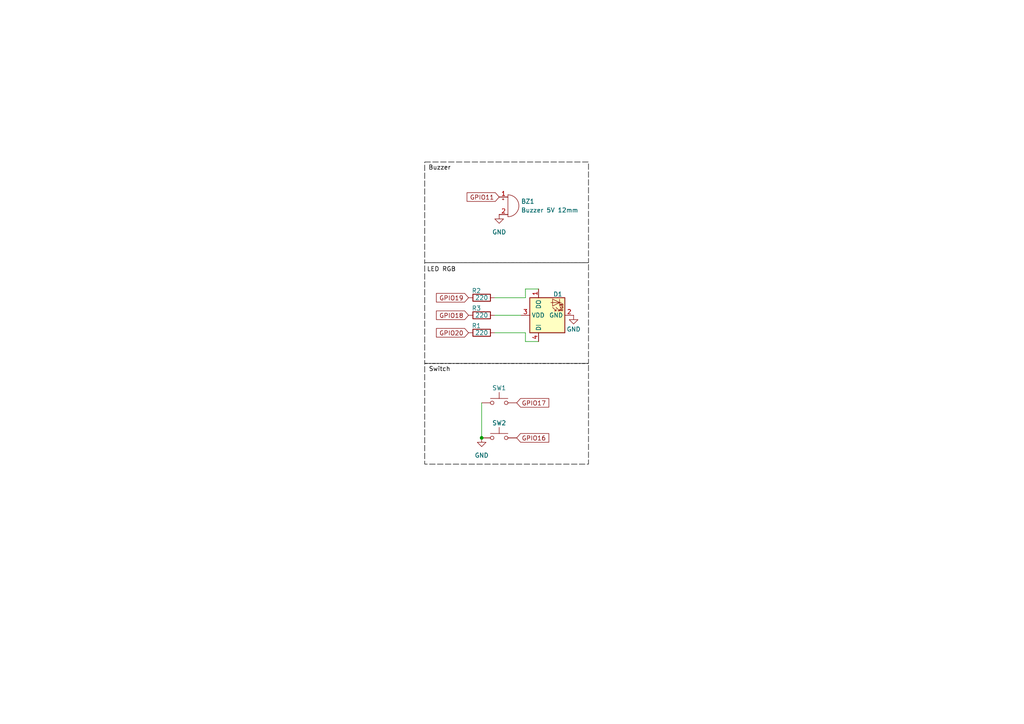
<source format=kicad_sch>
(kicad_sch (version 20250114) (generator "eeschema") (generator_version "9.0")
  (paper "A4")
  (title_block (title "Raspberry Pi Pico Logger - Peripherals") (date "2025-06-21") (rev "2.0") (company "Creator: Piotr Kłyś"))
  (lib_symbols
    (symbol "Device:Buzzer" (pin_names (offset 0.0254) (hide yes))
      (property "Reference" "BZ" (at 3.81 1.27 0))
      (property "Value" "Buzzer" (at 3.81 -1.27 0))
      (symbol "Buzzer_0_1"
        (polyline (pts (xy -1.651 1.905) (xy -1.143 1.905)))
        (polyline (pts (xy -1.397 2.159) (xy -1.397 1.651)))
        (arc (start 0 3.175) (mid 3.1612 0) (end 0 -3.175))
        (polyline (pts (xy 0 3.175) (xy 0 -3.175)))
      )
      (symbol "Buzzer_1_1"
        (pin passive line (at -2.54 2.54 0) (length 2.54) (name "+") (number "1"))
        (pin passive line (at -2.54 -2.54 0) (length 2.54) (name "-") (number "2"))
      )
    )
    (symbol "Device:R" (pin_numbers (hide yes)) (pin_names (offset 0))
      (property "Reference" "R" (at 2.032 0 90))
      (property "Value" "R" (at 0 0 90))
      (symbol "R_0_1"
        (rectangle (start -1.016 -2.54) (end 1.016 2.54) (stroke (width 0.254)))
      )
      (symbol "R_1_1"
        (pin passive line (at 0 3.81 270) (length 1.27) (name "~") (number "1"))
        (pin passive line (at 0 -3.81 90) (length 1.27) (name "~") (number "2"))
      )
    )
    (symbol "LED:APA-106-F5"
      (property "Reference" "D" (at 5.08 5.715 0))
      (property "Value" "APA-106-F5" (at 1.27 -5.715 0))
      (symbol "APA-106-F5_0_0"
        (text "RGB" (at 2.286 -4.191 0) (effects (font (size 0.762 0.762))))
      )
      (symbol "APA-106-F5_0_1"
        (polyline (pts (xy 1.27 -2.54) (xy 1.778 -2.54)))
        (polyline (pts (xy 1.27 -3.556) (xy 1.778 -3.556)))
        (polyline (pts (xy 2.286 -1.524) (xy 1.27 -2.54) (xy 1.27 -2.032)))
        (polyline (pts (xy 2.286 -2.54) (xy 1.27 -3.556) (xy 1.27 -3.048)))
        (polyline (pts (xy 3.683 -1.016) (xy 3.683 -3.556) (xy 3.683 -4.064)))
        (polyline (pts (xy 4.699 -1.524) (xy 2.667 -1.524) (xy 3.683 -3.556) (xy 4.699 -1.524)))
        (polyline (pts (xy 4.699 -3.556) (xy 2.667 -3.556)))
        (rectangle (start 5.08 5.08) (end -5.08 -5.08) (stroke (width 0.254)) (fill (type background)))
      )
      (symbol "APA-106-F5_1_1"
        (pin input line (at -7.62 2.54 0) (length 2.54) (name "DI") (number "4"))
        (pin power_in line (at 0 7.62 270) (length 2.54) (name "VDD") (number "3"))
        (pin power_in line (at 0 -7.62 90) (length 2.54) (name "GND") (number "2"))
        (pin output line (at 7.62 2.54 180) (length 2.54) (name "DO") (number "1"))
      )
    )
    (symbol "Switch:SW_Push" (pin_numbers (hide yes)) (pin_names (offset 1.016) (hide yes))
      (property "Reference" "SW" (at 1.27 2.54 0))
      (property "Value" "SW_Push" (at 0 -1.524 0))
      (symbol "SW_Push_0_1"
        (circle (center -2.032 0) (radius 0.508))
        (polyline (pts (xy 0 1.27) (xy 0 3.048)))
        (circle (center 2.032 0) (radius 0.508))
        (polyline (pts (xy 2.54 1.27) (xy -2.54 1.27)))
        (pin passive line (at -5.08 0 0) (length 2.54) (name "1") (number "1"))
        (pin passive line (at 5.08 0 180) (length 2.54) (name "2") (number "2"))
      )
    )
    (symbol "power:GND" (power) (pin_numbers (hide yes)) (pin_names (offset 0) (hide yes))
      (property "Value" "GND" (at 0 -3.81 0))
      (symbol "GND_0_1"
        (polyline (pts (xy 0 0) (xy 0 -1.27) (xy 1.27 -1.27) (xy 0 -2.54) (xy -1.27 -1.27) (xy 0 -1.27)))
      )
      (symbol "GND_1_1"
        (pin power_in line (at 0 0 270) (length 0) (name "~") (number "1"))
      )
    )
  )
  (rectangle (start 123.19 105.41) (end 170.688 134.62) (stroke (width 0) (type dash) (color 0 0 0 1)))
  (rectangle (start 123.19 46.99) (end 170.688 76.2) (stroke (width 0) (type dash) (color 0 0 0 1)))
  (rectangle (start 123.19 76.2) (end 170.688 105.41) (stroke (width 0) (type dash) (color 0 0 0 1)))
  (text "Switch" (at 127.508 107.188 0) (effects (font (size 1.27 1.27))))
  (text "Buzzer" (at 127.508 48.768 0) (effects (font (size 1.27 1.27))))
  (text "LED RGB" (at 128.016 78.232 0) (effects (font (size 1.27 1.27))))
  (junction (at 139.7 127))
  (wire (pts (xy 143.51 96.52) (xy 152.4 96.52)))
  (wire (pts (xy 152.4 99.06) (xy 156.21 99.06)))
  (wire (pts (xy 139.7 116.84) (xy 139.7 127)))
  (wire (pts (xy 143.51 91.44) (xy 151.13 91.44)))
  (wire (pts (xy 152.4 83.82) (xy 156.21 83.82)))
  (wire (pts (xy 143.51 86.36) (xy 152.4 86.36)))
  (wire (pts (xy 152.4 86.36) (xy 152.4 83.82)))
  (wire (pts (xy 152.4 96.52) (xy 152.4 99.06)))
  (global_label "GPIO17" (shape input) (at 149.86 116.84 0) (property "Intersheetrefs" "${INTERSHEET_REFS}" (effects (hide yes))))
  (global_label "GPIO16" (shape input) (at 149.86 127 0) (property "Intersheetrefs" "${INTERSHEET_REFS}" (effects (hide yes))))
  (global_label "GPIO18" (shape input) (at 135.89 91.44 180) (property "Intersheetrefs" "${INTERSHEET_REFS}" (effects (hide yes))))
  (global_label "GPIO19" (shape input) (at 135.89 86.36 180) (property "Intersheetrefs" "${INTERSHEET_REFS}" (effects (hide yes))))
  (global_label "GPIO11" (shape input) (at 144.78 57.15 180) (property "Intersheetrefs" "${INTERSHEET_REFS}" (effects (hide yes))))
  (global_label "GPIO20" (shape input) (at 135.89 96.52 180) (property "Intersheetrefs" "${INTERSHEET_REFS}" (effects (hide yes))))
  (symbol (lib_id "Device:Buzzer") (at 147.32 59.69 0) (unit 1)
    (property "Reference" "BZ1" (at 151.13 58.4199 0) (effects (justify left)))
    (property "Value" "Buzzer 5V 12mm" (at 151.13 60.9599 0) (effects (justify left)))
    (property "Footprint" "Buzzer_Beeper:Buzzer_12x9.5RM7.6" (effects (hide yes)))
    (property "Description" "Buzzer, polarized" (effects (hide yes)))
  )
  (symbol (lib_id "power:GND") (at 139.7 127 0) (unit 1)
    (property "Reference" "#PWR021" (effects (hide yes)))
    (property "Value" "GND" (at 139.7 132.08 0))
    (property "Description" "Power symbol creates a global label with name \"GND\" , ground" (effects (hide yes)))
  )
  (symbol (lib_id "Device:R") (at 139.7 86.36 270) (unit 1)
    (property "Reference" "R2" (at 138.176 84.328 90))
    (property "Value" "220" (at 139.7 86.36 90))
    (property "Footprint" "Resistor_SMD:R_0805_2012Metric" (effects (hide yes)))
    (property "Description" "Resistor" (effects (hide yes)))
  )
  (symbol (lib_id "Device:R") (at 139.7 91.44 270) (unit 1)
    (property "Reference" "R3" (at 138.176 89.408 90))
    (property "Value" "220" (at 139.7 91.44 90))
    (property "Footprint" "Resistor_SMD:R_0805_2012Metric" (effects (hide yes)))
    (property "Description" "Resistor" (effects (hide yes)))
  )
  (symbol (lib_id "LED:APA-106-F5") (at 158.75 91.44 90) (unit 1)
    (property "Reference" "D1" (at 161.798 85.344 90))
    (property "Value" "OSTBPCS2C2B" (effects (hide yes)))
    (property "Footprint" "LED_SMD:LED_Avago_PLCC4_3.2x2.8mm_CW" (effects (hide yes)))
    (property "Datasheet" "https://cdn.sparkfun.com/datasheets/Components/LED/COM-12877.pdf" (effects (hide yes)))
    (property "Description" "RGB LED with integrated controller, 5mm Package" (effects (hide yes)))
  )
  (symbol (lib_id "power:GND") (at 144.78 62.23 0) (unit 1)
    (property "Reference" "#PWR05" (effects (hide yes)))
    (property "Value" "GND" (at 144.78 67.31 0))
    (property "Description" "Power symbol creates a global label with name \"GND\" , ground" (effects (hide yes)))
  )
  (symbol (lib_id "Switch:SW_Push") (at 144.78 127 0) (unit 1)
    (property "Reference" "SW2" (at 144.78 122.682 0))
    (property "Value" "Tact Switch 6x6mm / 13mm" (effects (hide yes)))
    (property "Footprint" "Button_Switch_THT:SW_PUSH_6mm" (effects (hide yes)))
    (property "Description" "Push button switch, generic, two pins" (effects (hide yes)))
  )
  (symbol (lib_id "Device:R") (at 139.7 96.52 270) (unit 1)
    (property "Reference" "R1" (at 138.176 94.488 90))
    (property "Value" "220" (at 139.7 96.52 90))
    (property "Footprint" "Resistor_SMD:R_0805_2012Metric" (effects (hide yes)))
    (property "Description" "Resistor" (effects (hide yes)))
  )
  (symbol (lib_id "power:GND") (at 166.37 91.44 0) (unit 1)
    (property "Reference" "#PWR03" (effects (hide yes)))
    (property "Value" "GND" (at 166.37 95.504 0))
    (property "Description" "Power symbol creates a global label with name \"GND\" , ground" (effects (hide yes)))
  )
  (symbol (lib_id "Switch:SW_Push") (at 144.78 116.84 0) (unit 1)
    (property "Reference" "SW1" (at 144.78 112.522 0))
    (property "Value" "Tact Switch 6x6mm / 13mm" (effects (hide yes)))
    (property "Footprint" "Button_Switch_THT:SW_PUSH_6mm" (effects (hide yes)))
    (property "Description" "Push button switch, generic, two pins" (effects (hide yes)))
  )
)
</source>
